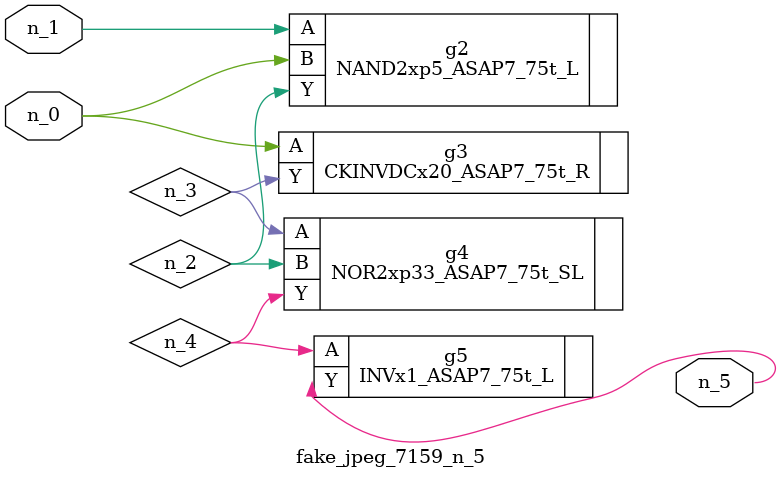
<source format=v>
module fake_jpeg_7159_n_5 (n_0, n_1, n_5);

input n_0;
input n_1;

output n_5;

wire n_2;
wire n_3;
wire n_4;

NAND2xp5_ASAP7_75t_L g2 ( 
.A(n_1),
.B(n_0),
.Y(n_2)
);

CKINVDCx20_ASAP7_75t_R g3 ( 
.A(n_0),
.Y(n_3)
);

NOR2xp33_ASAP7_75t_SL g4 ( 
.A(n_3),
.B(n_2),
.Y(n_4)
);

INVx1_ASAP7_75t_L g5 ( 
.A(n_4),
.Y(n_5)
);


endmodule
</source>
